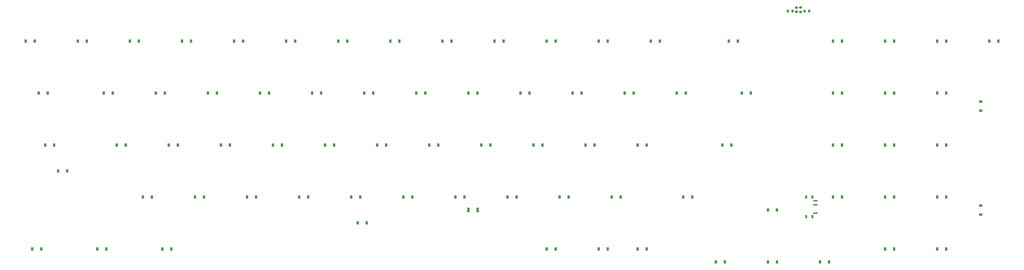
<source format=gbr>
%TF.GenerationSoftware,KiCad,Pcbnew,(6.0.0-rc1-343-g73b39e836d)*%
%TF.CreationDate,2021-12-12T21:31:48-07:00*%
%TF.ProjectId,Z18,5a31382e-6b69-4636-9164-5f7063625858,rev?*%
%TF.SameCoordinates,PX17f2fb4PY122ae10*%
%TF.FileFunction,Paste,Bot*%
%TF.FilePolarity,Positive*%
%FSLAX46Y46*%
G04 Gerber Fmt 4.6, Leading zero omitted, Abs format (unit mm)*
G04 Created by KiCad (PCBNEW (6.0.0-rc1-343-g73b39e836d)) date 2021-12-12 21:31:48*
%MOMM*%
%LPD*%
G01*
G04 APERTURE LIST*
G04 Aperture macros list*
%AMRoundRect*
0 Rectangle with rounded corners*
0 $1 Rounding radius*
0 $2 $3 $4 $5 $6 $7 $8 $9 X,Y pos of 4 corners*
0 Add a 4 corners polygon primitive as box body*
4,1,4,$2,$3,$4,$5,$6,$7,$8,$9,$2,$3,0*
0 Add four circle primitives for the rounded corners*
1,1,$1+$1,$2,$3*
1,1,$1+$1,$4,$5*
1,1,$1+$1,$6,$7*
1,1,$1+$1,$8,$9*
0 Add four rect primitives between the rounded corners*
20,1,$1+$1,$2,$3,$4,$5,0*
20,1,$1+$1,$4,$5,$6,$7,0*
20,1,$1+$1,$6,$7,$8,$9,0*
20,1,$1+$1,$8,$9,$2,$3,0*%
G04 Aperture macros list end*
%ADD10R,0.900000X1.200000*%
%ADD11RoundRect,0.200000X0.275000X-0.200000X0.275000X0.200000X-0.275000X0.200000X-0.275000X-0.200000X0*%
%ADD12R,1.200000X0.900000*%
%ADD13R,1.524000X0.600000*%
%ADD14R,0.700000X1.200000*%
%ADD15RoundRect,0.200000X-0.200000X-0.275000X0.200000X-0.275000X0.200000X0.275000X-0.200000X0.275000X0*%
%ADD16RoundRect,0.200000X0.200000X0.275000X-0.200000X0.275000X-0.200000X-0.275000X0.200000X-0.275000X0*%
%ADD17RoundRect,0.225000X0.250000X-0.225000X0.250000X0.225000X-0.250000X0.225000X-0.250000X-0.225000X0*%
%ADD18R,0.900000X1.700000*%
G04 APERTURE END LIST*
D10*
%TO.C,D31*%
X249300000Y-33337500D03*
X246000000Y-33337500D03*
%TD*%
%TO.C,D43*%
X139762500Y-52387500D03*
X136462500Y-52387500D03*
%TD*%
D11*
%TO.C,R8*%
X291282222Y-3619000D03*
X291282222Y-1969000D03*
%TD*%
D10*
%TO.C,D71*%
X13556250Y-90487500D03*
X10256250Y-90487500D03*
%TD*%
%TO.C,D30*%
X230250000Y-33337500D03*
X226950000Y-33337500D03*
%TD*%
D12*
%TO.C,D36*%
X357187500Y-39750000D03*
X357187500Y-36450000D03*
%TD*%
D10*
%TO.C,D62*%
X187387500Y-71437500D03*
X184087500Y-71437500D03*
%TD*%
%TO.C,D78*%
X263587500Y-95250000D03*
X260287500Y-95250000D03*
%TD*%
%TO.C,D80*%
X301687500Y-95250000D03*
X298387500Y-95250000D03*
%TD*%
%TO.C,D44*%
X158812500Y-52387500D03*
X155512500Y-52387500D03*
%TD*%
%TO.C,D64*%
X225487500Y-71437500D03*
X222187500Y-71437500D03*
%TD*%
%TO.C,D1*%
X11175000Y-14287500D03*
X7875000Y-14287500D03*
%TD*%
%TO.C,D23*%
X96900000Y-33337500D03*
X93600000Y-33337500D03*
%TD*%
%TO.C,D81*%
X325500000Y-90487500D03*
X322200000Y-90487500D03*
%TD*%
%TO.C,D34*%
X325500000Y-33337500D03*
X322200000Y-33337500D03*
%TD*%
%TO.C,D33*%
X306450000Y-33337500D03*
X303150000Y-33337500D03*
%TD*%
%TO.C,D61*%
X168337500Y-71437500D03*
X165037500Y-71437500D03*
%TD*%
%TO.C,D7*%
X125475000Y-14287500D03*
X122175000Y-14287500D03*
%TD*%
%TO.C,D6*%
X106425000Y-14287500D03*
X103125000Y-14287500D03*
%TD*%
%TO.C,D27*%
X173100000Y-33337500D03*
X169800000Y-33337500D03*
%TD*%
D12*
%TO.C,D70*%
X357187500Y-77850000D03*
X357187500Y-74550000D03*
%TD*%
D10*
%TO.C,D41*%
X101662500Y-52387500D03*
X98362500Y-52387500D03*
%TD*%
%TO.C,D8*%
X144525000Y-14287500D03*
X141225000Y-14287500D03*
%TD*%
%TO.C,D28*%
X192150000Y-33337500D03*
X188850000Y-33337500D03*
%TD*%
%TO.C,D74*%
X129318750Y-80962500D03*
X132618750Y-80962500D03*
%TD*%
%TO.C,D4*%
X68325000Y-14287500D03*
X65025000Y-14287500D03*
%TD*%
%TO.C,D76*%
X220725000Y-90487500D03*
X217425000Y-90487500D03*
%TD*%
%TO.C,D21*%
X58800000Y-33337500D03*
X55500000Y-33337500D03*
%TD*%
%TO.C,D75*%
X201675000Y-90487500D03*
X198375000Y-90487500D03*
%TD*%
%TO.C,D77*%
X235012500Y-90487500D03*
X231712500Y-90487500D03*
%TD*%
%TO.C,D42*%
X120712500Y-52387500D03*
X117412500Y-52387500D03*
%TD*%
%TO.C,D52*%
X325500000Y-52387500D03*
X322200000Y-52387500D03*
%TD*%
%TO.C,D57*%
X92137500Y-71437500D03*
X88837500Y-71437500D03*
%TD*%
%TO.C,D10*%
X182625000Y-14287500D03*
X179325000Y-14287500D03*
%TD*%
%TO.C,D11*%
X201675000Y-14287500D03*
X198375000Y-14287500D03*
%TD*%
%TO.C,D5*%
X87375000Y-14287500D03*
X84075000Y-14287500D03*
%TD*%
%TO.C,D51*%
X306450000Y-52387500D03*
X303150000Y-52387500D03*
%TD*%
%TO.C,D48*%
X235012500Y-52387500D03*
X231712500Y-52387500D03*
%TD*%
%TO.C,D82*%
X344550000Y-90487500D03*
X341250000Y-90487500D03*
%TD*%
D13*
%TO.C,BATT1*%
X296720997Y-77338750D03*
X296720997Y-74338750D03*
X296720997Y-72838750D03*
D14*
X295620997Y-71488750D03*
X295620997Y-78688750D03*
X293320997Y-78688750D03*
X293320997Y-71488750D03*
%TD*%
D10*
%TO.C,D58*%
X111187500Y-71437500D03*
X107887500Y-71437500D03*
%TD*%
%TO.C,D38*%
X44512500Y-52387500D03*
X41212500Y-52387500D03*
%TD*%
%TO.C,D65*%
X251681250Y-71437500D03*
X248381250Y-71437500D03*
%TD*%
%TO.C,D22*%
X77850000Y-33337500D03*
X74550000Y-33337500D03*
%TD*%
%TO.C,D14*%
X268350000Y-14287500D03*
X265050000Y-14287500D03*
%TD*%
%TO.C,D16*%
X325500000Y-14287500D03*
X322200000Y-14287500D03*
%TD*%
%TO.C,D17*%
X344550000Y-14287500D03*
X341250000Y-14287500D03*
%TD*%
%TO.C,D37*%
X18318750Y-52387500D03*
X15018750Y-52387500D03*
%TD*%
%TO.C,D63*%
X206437500Y-71437500D03*
X203137500Y-71437500D03*
%TD*%
%TO.C,D54*%
X19781250Y-61912500D03*
X23081250Y-61912500D03*
%TD*%
%TO.C,D32*%
X273112500Y-33337500D03*
X269812500Y-33337500D03*
%TD*%
%TO.C,D47*%
X215962500Y-52387500D03*
X212662500Y-52387500D03*
%TD*%
%TO.C,D15*%
X306450000Y-14287500D03*
X303150000Y-14287500D03*
%TD*%
%TO.C,D50*%
X265968750Y-52387500D03*
X262668750Y-52387500D03*
%TD*%
D15*
%TO.C,R5*%
X292767222Y-3302000D03*
X294417222Y-3302000D03*
%TD*%
D10*
%TO.C,D40*%
X82612500Y-52387500D03*
X79312500Y-52387500D03*
%TD*%
%TO.C,D72*%
X37368750Y-90487500D03*
X34068750Y-90487500D03*
%TD*%
%TO.C,D35*%
X344550000Y-33337500D03*
X341250000Y-33337500D03*
%TD*%
%TO.C,D56*%
X73087500Y-71437500D03*
X69787500Y-71437500D03*
%TD*%
%TO.C,D39*%
X63562500Y-52387500D03*
X60262500Y-52387500D03*
%TD*%
%TO.C,D13*%
X239775000Y-14287500D03*
X236475000Y-14287500D03*
%TD*%
%TO.C,D20*%
X39750000Y-33337500D03*
X36450000Y-33337500D03*
%TD*%
%TO.C,D3*%
X49275000Y-14287500D03*
X45975000Y-14287500D03*
%TD*%
%TO.C,D29*%
X211200000Y-33337500D03*
X207900000Y-33337500D03*
%TD*%
%TO.C,D25*%
X135000000Y-33337500D03*
X131700000Y-33337500D03*
%TD*%
%TO.C,D68*%
X325500000Y-71437500D03*
X322200000Y-71437500D03*
%TD*%
%TO.C,D12*%
X220725000Y-14287500D03*
X217425000Y-14287500D03*
%TD*%
%TO.C,D60*%
X149287500Y-71437500D03*
X145987500Y-71437500D03*
%TD*%
%TO.C,D46*%
X196912500Y-52387500D03*
X193612500Y-52387500D03*
%TD*%
%TO.C,D24*%
X115950000Y-33337500D03*
X112650000Y-33337500D03*
%TD*%
%TO.C,D69*%
X344550000Y-71437500D03*
X341250000Y-71437500D03*
%TD*%
D16*
%TO.C,R6*%
X288321222Y-3302000D03*
X286671222Y-3302000D03*
%TD*%
D10*
%TO.C,D9*%
X163575000Y-14287500D03*
X160275000Y-14287500D03*
%TD*%
%TO.C,D73*%
X61181250Y-90487500D03*
X57881250Y-90487500D03*
%TD*%
%TO.C,D53*%
X344550000Y-52387500D03*
X341250000Y-52387500D03*
%TD*%
%TO.C,D26*%
X154050000Y-33337500D03*
X150750000Y-33337500D03*
%TD*%
%TO.C,D45*%
X177862500Y-52387500D03*
X174562500Y-52387500D03*
%TD*%
D17*
%TO.C,C5*%
X289782222Y-3569000D03*
X289782222Y-2019000D03*
%TD*%
D10*
%TO.C,D55*%
X54037500Y-71437500D03*
X50737500Y-71437500D03*
%TD*%
%TO.C,D18*%
X363600000Y-14287500D03*
X360300000Y-14287500D03*
%TD*%
D18*
%TO.C,RESET1*%
X169749972Y-76200000D03*
X173149972Y-76200000D03*
%TD*%
D10*
%TO.C,D2*%
X30225000Y-14287500D03*
X26925000Y-14287500D03*
%TD*%
%TO.C,D66*%
X282637500Y-76200000D03*
X279337500Y-76200000D03*
%TD*%
%TO.C,D19*%
X15937500Y-33337500D03*
X12637500Y-33337500D03*
%TD*%
%TO.C,D67*%
X306450000Y-71437500D03*
X303150000Y-71437500D03*
%TD*%
%TO.C,D59*%
X130237500Y-71437500D03*
X126937500Y-71437500D03*
%TD*%
%TO.C,D79*%
X282637500Y-95250000D03*
X279337500Y-95250000D03*
%TD*%
M02*

</source>
